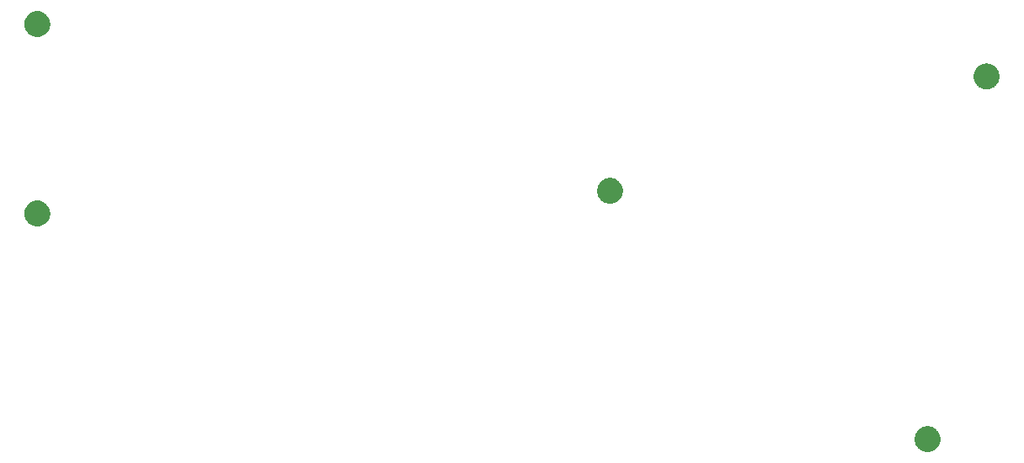
<source format=gbr>
G04 #@! TF.GenerationSoftware,KiCad,Pcbnew,8.0.0*
G04 #@! TF.CreationDate,2024-03-14T17:28:04+09:00*
G04 #@! TF.ProjectId,Pinky3,50696e6b-7933-42e6-9b69-6361645f7063,0.3*
G04 #@! TF.SameCoordinates,Original*
G04 #@! TF.FileFunction,Soldermask,Top*
G04 #@! TF.FilePolarity,Negative*
%FSLAX46Y46*%
G04 Gerber Fmt 4.6, Leading zero omitted, Abs format (unit mm)*
G04 Created by KiCad (PCBNEW 8.0.0) date 2024-03-14 17:28:04*
%MOMM*%
%LPD*%
G01*
G04 APERTURE LIST*
G04 APERTURE END LIST*
G36*
X149055630Y-119004867D02*
G01*
X149107318Y-119004867D01*
X149164284Y-119014373D01*
X149225743Y-119019750D01*
X149274009Y-119032682D01*
X149319026Y-119040195D01*
X149379419Y-119060927D01*
X149444626Y-119078400D01*
X149484564Y-119097023D01*
X149522032Y-119109886D01*
X149583587Y-119143198D01*
X149650000Y-119174167D01*
X149681268Y-119196061D01*
X149710796Y-119212041D01*
X149770903Y-119258824D01*
X149835624Y-119304142D01*
X149858433Y-119326951D01*
X149880177Y-119343875D01*
X149936033Y-119404551D01*
X149995858Y-119464376D01*
X150010958Y-119485942D01*
X150025543Y-119501785D01*
X150074201Y-119576261D01*
X150125833Y-119650000D01*
X150134450Y-119668480D01*
X150142937Y-119681470D01*
X150181459Y-119769292D01*
X150221600Y-119855374D01*
X150225338Y-119869324D01*
X150229158Y-119878033D01*
X150254736Y-119979039D01*
X150280250Y-120074257D01*
X150280989Y-120082711D01*
X150281847Y-120086097D01*
X150291891Y-120207321D01*
X150300000Y-120300000D01*
X150291890Y-120392686D01*
X150281847Y-120513902D01*
X150280989Y-120517286D01*
X150280250Y-120525743D01*
X150254731Y-120620977D01*
X150229158Y-120721966D01*
X150225338Y-120730673D01*
X150221600Y-120744626D01*
X150181452Y-120830723D01*
X150142937Y-120918529D01*
X150134452Y-120931515D01*
X150125833Y-120950000D01*
X150074191Y-121023751D01*
X150025543Y-121098214D01*
X150010961Y-121114053D01*
X149995858Y-121135624D01*
X149936021Y-121195460D01*
X149880177Y-121256124D01*
X149858437Y-121273044D01*
X149835624Y-121295858D01*
X149770890Y-121341184D01*
X149710796Y-121387958D01*
X149681274Y-121403934D01*
X149650000Y-121425833D01*
X149583573Y-121456807D01*
X149522032Y-121490113D01*
X149484573Y-121502972D01*
X149444626Y-121521600D01*
X149379406Y-121539075D01*
X149319026Y-121559804D01*
X149274016Y-121567314D01*
X149225743Y-121580250D01*
X149164280Y-121585627D01*
X149107318Y-121595133D01*
X149055630Y-121595133D01*
X149000000Y-121600000D01*
X148944370Y-121595133D01*
X148892682Y-121595133D01*
X148835718Y-121585627D01*
X148774257Y-121580250D01*
X148725984Y-121567315D01*
X148680973Y-121559804D01*
X148620588Y-121539074D01*
X148555374Y-121521600D01*
X148515429Y-121502973D01*
X148477967Y-121490113D01*
X148416418Y-121456804D01*
X148350000Y-121425833D01*
X148318728Y-121403936D01*
X148289203Y-121387958D01*
X148229099Y-121341177D01*
X148164376Y-121295858D01*
X148141565Y-121273047D01*
X148119822Y-121256124D01*
X148063965Y-121195447D01*
X148004142Y-121135624D01*
X147989041Y-121114057D01*
X147974456Y-121098214D01*
X147925793Y-121023730D01*
X147874167Y-120950000D01*
X147865550Y-120931521D01*
X147857062Y-120918529D01*
X147818530Y-120830687D01*
X147778400Y-120744626D01*
X147774662Y-120730678D01*
X147770841Y-120721966D01*
X147745250Y-120620909D01*
X147719750Y-120525743D01*
X147719010Y-120517293D01*
X147718152Y-120513902D01*
X147708090Y-120392470D01*
X147700000Y-120300000D01*
X147708089Y-120207537D01*
X147718152Y-120086097D01*
X147719010Y-120082705D01*
X147719750Y-120074257D01*
X147745245Y-119979107D01*
X147770841Y-119878033D01*
X147774663Y-119869318D01*
X147778400Y-119855374D01*
X147818523Y-119769328D01*
X147857062Y-119681470D01*
X147865551Y-119668475D01*
X147874167Y-119650000D01*
X147925783Y-119576283D01*
X147974456Y-119501785D01*
X147989044Y-119485937D01*
X148004142Y-119464376D01*
X148063953Y-119404564D01*
X148119822Y-119343875D01*
X148141570Y-119326947D01*
X148164376Y-119304142D01*
X148229086Y-119258831D01*
X148289203Y-119212041D01*
X148318735Y-119196058D01*
X148350000Y-119174167D01*
X148416405Y-119143201D01*
X148477967Y-119109886D01*
X148515437Y-119097022D01*
X148555374Y-119078400D01*
X148620575Y-119060929D01*
X148680973Y-119040195D01*
X148725992Y-119032682D01*
X148774257Y-119019750D01*
X148835715Y-119014373D01*
X148892682Y-119004867D01*
X148944370Y-119004867D01*
X149000000Y-119000000D01*
X149055630Y-119004867D01*
G37*
G36*
X59555630Y-96304867D02*
G01*
X59607318Y-96304867D01*
X59664284Y-96314373D01*
X59725743Y-96319750D01*
X59774009Y-96332682D01*
X59819026Y-96340195D01*
X59879419Y-96360927D01*
X59944626Y-96378400D01*
X59984564Y-96397023D01*
X60022032Y-96409886D01*
X60083587Y-96443198D01*
X60150000Y-96474167D01*
X60181268Y-96496061D01*
X60210796Y-96512041D01*
X60270903Y-96558824D01*
X60335624Y-96604142D01*
X60358433Y-96626951D01*
X60380177Y-96643875D01*
X60436033Y-96704551D01*
X60495858Y-96764376D01*
X60510958Y-96785942D01*
X60525543Y-96801785D01*
X60574201Y-96876261D01*
X60625833Y-96950000D01*
X60634450Y-96968480D01*
X60642937Y-96981470D01*
X60681459Y-97069292D01*
X60721600Y-97155374D01*
X60725338Y-97169324D01*
X60729158Y-97178033D01*
X60754736Y-97279039D01*
X60780250Y-97374257D01*
X60780989Y-97382711D01*
X60781847Y-97386097D01*
X60791891Y-97507321D01*
X60800000Y-97600000D01*
X60791890Y-97692686D01*
X60781847Y-97813902D01*
X60780989Y-97817286D01*
X60780250Y-97825743D01*
X60754731Y-97920977D01*
X60729158Y-98021966D01*
X60725338Y-98030673D01*
X60721600Y-98044626D01*
X60681452Y-98130723D01*
X60642937Y-98218529D01*
X60634452Y-98231515D01*
X60625833Y-98250000D01*
X60574191Y-98323751D01*
X60525543Y-98398214D01*
X60510961Y-98414053D01*
X60495858Y-98435624D01*
X60436021Y-98495460D01*
X60380177Y-98556124D01*
X60358437Y-98573044D01*
X60335624Y-98595858D01*
X60270890Y-98641184D01*
X60210796Y-98687958D01*
X60181274Y-98703934D01*
X60150000Y-98725833D01*
X60083573Y-98756807D01*
X60022032Y-98790113D01*
X59984573Y-98802972D01*
X59944626Y-98821600D01*
X59879406Y-98839075D01*
X59819026Y-98859804D01*
X59774016Y-98867314D01*
X59725743Y-98880250D01*
X59664280Y-98885627D01*
X59607318Y-98895133D01*
X59555630Y-98895133D01*
X59500000Y-98900000D01*
X59444370Y-98895133D01*
X59392682Y-98895133D01*
X59335718Y-98885627D01*
X59274257Y-98880250D01*
X59225984Y-98867315D01*
X59180973Y-98859804D01*
X59120588Y-98839074D01*
X59055374Y-98821600D01*
X59015429Y-98802973D01*
X58977967Y-98790113D01*
X58916418Y-98756804D01*
X58850000Y-98725833D01*
X58818728Y-98703936D01*
X58789203Y-98687958D01*
X58729099Y-98641177D01*
X58664376Y-98595858D01*
X58641565Y-98573047D01*
X58619822Y-98556124D01*
X58563965Y-98495447D01*
X58504142Y-98435624D01*
X58489041Y-98414057D01*
X58474456Y-98398214D01*
X58425793Y-98323730D01*
X58374167Y-98250000D01*
X58365550Y-98231521D01*
X58357062Y-98218529D01*
X58318530Y-98130687D01*
X58278400Y-98044626D01*
X58274662Y-98030678D01*
X58270841Y-98021966D01*
X58245250Y-97920909D01*
X58219750Y-97825743D01*
X58219010Y-97817293D01*
X58218152Y-97813902D01*
X58208090Y-97692470D01*
X58200000Y-97600000D01*
X58208089Y-97507537D01*
X58218152Y-97386097D01*
X58219010Y-97382705D01*
X58219750Y-97374257D01*
X58245245Y-97279107D01*
X58270841Y-97178033D01*
X58274663Y-97169318D01*
X58278400Y-97155374D01*
X58318523Y-97069328D01*
X58357062Y-96981470D01*
X58365551Y-96968475D01*
X58374167Y-96950000D01*
X58425783Y-96876283D01*
X58474456Y-96801785D01*
X58489044Y-96785937D01*
X58504142Y-96764376D01*
X58563953Y-96704564D01*
X58619822Y-96643875D01*
X58641570Y-96626947D01*
X58664376Y-96604142D01*
X58729086Y-96558831D01*
X58789203Y-96512041D01*
X58818735Y-96496058D01*
X58850000Y-96474167D01*
X58916405Y-96443201D01*
X58977967Y-96409886D01*
X59015437Y-96397022D01*
X59055374Y-96378400D01*
X59120575Y-96360929D01*
X59180973Y-96340195D01*
X59225992Y-96332682D01*
X59274257Y-96319750D01*
X59335715Y-96314373D01*
X59392682Y-96304867D01*
X59444370Y-96304867D01*
X59500000Y-96300000D01*
X59555630Y-96304867D01*
G37*
G36*
X117133245Y-94028387D02*
G01*
X117184933Y-94028387D01*
X117241899Y-94037893D01*
X117303358Y-94043270D01*
X117351624Y-94056202D01*
X117396641Y-94063715D01*
X117457034Y-94084447D01*
X117522241Y-94101920D01*
X117562179Y-94120543D01*
X117599647Y-94133406D01*
X117661202Y-94166718D01*
X117727615Y-94197687D01*
X117758883Y-94219581D01*
X117788411Y-94235561D01*
X117848518Y-94282344D01*
X117913239Y-94327662D01*
X117936048Y-94350471D01*
X117957792Y-94367395D01*
X118013648Y-94428071D01*
X118073473Y-94487896D01*
X118088573Y-94509462D01*
X118103158Y-94525305D01*
X118151816Y-94599781D01*
X118203448Y-94673520D01*
X118212065Y-94692000D01*
X118220552Y-94704990D01*
X118259074Y-94792812D01*
X118299215Y-94878894D01*
X118302953Y-94892844D01*
X118306773Y-94901553D01*
X118332351Y-95002559D01*
X118357865Y-95097777D01*
X118358604Y-95106231D01*
X118359462Y-95109617D01*
X118369506Y-95230841D01*
X118377615Y-95323520D01*
X118369505Y-95416206D01*
X118359462Y-95537422D01*
X118358604Y-95540806D01*
X118357865Y-95549263D01*
X118332346Y-95644497D01*
X118306773Y-95745486D01*
X118302953Y-95754193D01*
X118299215Y-95768146D01*
X118259067Y-95854243D01*
X118220552Y-95942049D01*
X118212067Y-95955035D01*
X118203448Y-95973520D01*
X118151806Y-96047271D01*
X118103158Y-96121734D01*
X118088576Y-96137573D01*
X118073473Y-96159144D01*
X118013636Y-96218980D01*
X117957792Y-96279644D01*
X117936052Y-96296564D01*
X117913239Y-96319378D01*
X117848505Y-96364704D01*
X117788411Y-96411478D01*
X117758889Y-96427454D01*
X117727615Y-96449353D01*
X117661188Y-96480327D01*
X117599647Y-96513633D01*
X117562188Y-96526492D01*
X117522241Y-96545120D01*
X117457021Y-96562595D01*
X117396641Y-96583324D01*
X117351631Y-96590834D01*
X117303358Y-96603770D01*
X117241895Y-96609147D01*
X117184933Y-96618653D01*
X117133245Y-96618653D01*
X117077615Y-96623520D01*
X117021985Y-96618653D01*
X116970297Y-96618653D01*
X116913333Y-96609147D01*
X116851872Y-96603770D01*
X116803599Y-96590835D01*
X116758588Y-96583324D01*
X116698203Y-96562594D01*
X116632989Y-96545120D01*
X116593044Y-96526493D01*
X116555582Y-96513633D01*
X116494033Y-96480324D01*
X116427615Y-96449353D01*
X116396343Y-96427456D01*
X116366818Y-96411478D01*
X116306714Y-96364697D01*
X116241991Y-96319378D01*
X116219180Y-96296567D01*
X116197437Y-96279644D01*
X116141580Y-96218967D01*
X116081757Y-96159144D01*
X116066656Y-96137577D01*
X116052071Y-96121734D01*
X116003408Y-96047250D01*
X115951782Y-95973520D01*
X115943165Y-95955041D01*
X115934677Y-95942049D01*
X115896145Y-95854207D01*
X115856015Y-95768146D01*
X115852277Y-95754198D01*
X115848456Y-95745486D01*
X115822865Y-95644429D01*
X115797365Y-95549263D01*
X115796625Y-95540813D01*
X115795767Y-95537422D01*
X115785705Y-95415990D01*
X115777615Y-95323520D01*
X115785704Y-95231057D01*
X115795767Y-95109617D01*
X115796625Y-95106225D01*
X115797365Y-95097777D01*
X115822860Y-95002627D01*
X115848456Y-94901553D01*
X115852278Y-94892838D01*
X115856015Y-94878894D01*
X115896138Y-94792848D01*
X115934677Y-94704990D01*
X115943166Y-94691995D01*
X115951782Y-94673520D01*
X116003398Y-94599803D01*
X116052071Y-94525305D01*
X116066659Y-94509457D01*
X116081757Y-94487896D01*
X116141568Y-94428084D01*
X116197437Y-94367395D01*
X116219185Y-94350467D01*
X116241991Y-94327662D01*
X116306701Y-94282351D01*
X116366818Y-94235561D01*
X116396350Y-94219578D01*
X116427615Y-94197687D01*
X116494020Y-94166721D01*
X116555582Y-94133406D01*
X116593052Y-94120542D01*
X116632989Y-94101920D01*
X116698190Y-94084449D01*
X116758588Y-94063715D01*
X116803607Y-94056202D01*
X116851872Y-94043270D01*
X116913330Y-94037893D01*
X116970297Y-94028387D01*
X117021985Y-94028387D01*
X117077615Y-94023520D01*
X117133245Y-94028387D01*
G37*
G36*
X154995630Y-82524867D02*
G01*
X155047318Y-82524867D01*
X155104284Y-82534373D01*
X155165743Y-82539750D01*
X155214009Y-82552682D01*
X155259026Y-82560195D01*
X155319419Y-82580927D01*
X155384626Y-82598400D01*
X155424564Y-82617023D01*
X155462032Y-82629886D01*
X155523587Y-82663198D01*
X155590000Y-82694167D01*
X155621268Y-82716061D01*
X155650796Y-82732041D01*
X155710903Y-82778824D01*
X155775624Y-82824142D01*
X155798433Y-82846951D01*
X155820177Y-82863875D01*
X155876033Y-82924551D01*
X155935858Y-82984376D01*
X155950958Y-83005942D01*
X155965543Y-83021785D01*
X156014201Y-83096261D01*
X156065833Y-83170000D01*
X156074450Y-83188480D01*
X156082937Y-83201470D01*
X156121459Y-83289292D01*
X156161600Y-83375374D01*
X156165338Y-83389324D01*
X156169158Y-83398033D01*
X156194736Y-83499039D01*
X156220250Y-83594257D01*
X156220989Y-83602711D01*
X156221847Y-83606097D01*
X156231891Y-83727321D01*
X156240000Y-83820000D01*
X156231890Y-83912686D01*
X156221847Y-84033902D01*
X156220989Y-84037286D01*
X156220250Y-84045743D01*
X156194731Y-84140977D01*
X156169158Y-84241966D01*
X156165338Y-84250673D01*
X156161600Y-84264626D01*
X156121452Y-84350723D01*
X156082937Y-84438529D01*
X156074452Y-84451515D01*
X156065833Y-84470000D01*
X156014191Y-84543751D01*
X155965543Y-84618214D01*
X155950961Y-84634053D01*
X155935858Y-84655624D01*
X155876021Y-84715460D01*
X155820177Y-84776124D01*
X155798437Y-84793044D01*
X155775624Y-84815858D01*
X155710890Y-84861184D01*
X155650796Y-84907958D01*
X155621274Y-84923934D01*
X155590000Y-84945833D01*
X155523573Y-84976807D01*
X155462032Y-85010113D01*
X155424573Y-85022972D01*
X155384626Y-85041600D01*
X155319406Y-85059075D01*
X155259026Y-85079804D01*
X155214016Y-85087314D01*
X155165743Y-85100250D01*
X155104280Y-85105627D01*
X155047318Y-85115133D01*
X154995630Y-85115133D01*
X154940000Y-85120000D01*
X154884370Y-85115133D01*
X154832682Y-85115133D01*
X154775718Y-85105627D01*
X154714257Y-85100250D01*
X154665984Y-85087315D01*
X154620973Y-85079804D01*
X154560588Y-85059074D01*
X154495374Y-85041600D01*
X154455429Y-85022973D01*
X154417967Y-85010113D01*
X154356418Y-84976804D01*
X154290000Y-84945833D01*
X154258728Y-84923936D01*
X154229203Y-84907958D01*
X154169099Y-84861177D01*
X154104376Y-84815858D01*
X154081565Y-84793047D01*
X154059822Y-84776124D01*
X154003965Y-84715447D01*
X153944142Y-84655624D01*
X153929041Y-84634057D01*
X153914456Y-84618214D01*
X153865793Y-84543730D01*
X153814167Y-84470000D01*
X153805550Y-84451521D01*
X153797062Y-84438529D01*
X153758530Y-84350687D01*
X153718400Y-84264626D01*
X153714662Y-84250678D01*
X153710841Y-84241966D01*
X153685250Y-84140909D01*
X153659750Y-84045743D01*
X153659010Y-84037293D01*
X153658152Y-84033902D01*
X153648090Y-83912470D01*
X153640000Y-83820000D01*
X153648089Y-83727537D01*
X153658152Y-83606097D01*
X153659010Y-83602705D01*
X153659750Y-83594257D01*
X153685245Y-83499107D01*
X153710841Y-83398033D01*
X153714663Y-83389318D01*
X153718400Y-83375374D01*
X153758523Y-83289328D01*
X153797062Y-83201470D01*
X153805551Y-83188475D01*
X153814167Y-83170000D01*
X153865783Y-83096283D01*
X153914456Y-83021785D01*
X153929044Y-83005937D01*
X153944142Y-82984376D01*
X154003953Y-82924564D01*
X154059822Y-82863875D01*
X154081570Y-82846947D01*
X154104376Y-82824142D01*
X154169086Y-82778831D01*
X154229203Y-82732041D01*
X154258735Y-82716058D01*
X154290000Y-82694167D01*
X154356405Y-82663201D01*
X154417967Y-82629886D01*
X154455437Y-82617022D01*
X154495374Y-82598400D01*
X154560575Y-82580929D01*
X154620973Y-82560195D01*
X154665992Y-82552682D01*
X154714257Y-82539750D01*
X154775715Y-82534373D01*
X154832682Y-82524867D01*
X154884370Y-82524867D01*
X154940000Y-82520000D01*
X154995630Y-82524867D01*
G37*
G36*
X59555630Y-77254867D02*
G01*
X59607318Y-77254867D01*
X59664284Y-77264373D01*
X59725743Y-77269750D01*
X59774009Y-77282682D01*
X59819026Y-77290195D01*
X59879419Y-77310927D01*
X59944626Y-77328400D01*
X59984564Y-77347023D01*
X60022032Y-77359886D01*
X60083587Y-77393198D01*
X60150000Y-77424167D01*
X60181268Y-77446061D01*
X60210796Y-77462041D01*
X60270903Y-77508824D01*
X60335624Y-77554142D01*
X60358433Y-77576951D01*
X60380177Y-77593875D01*
X60436033Y-77654551D01*
X60495858Y-77714376D01*
X60510958Y-77735942D01*
X60525543Y-77751785D01*
X60574201Y-77826261D01*
X60625833Y-77900000D01*
X60634450Y-77918480D01*
X60642937Y-77931470D01*
X60681459Y-78019292D01*
X60721600Y-78105374D01*
X60725338Y-78119324D01*
X60729158Y-78128033D01*
X60754736Y-78229039D01*
X60780250Y-78324257D01*
X60780989Y-78332711D01*
X60781847Y-78336097D01*
X60791891Y-78457321D01*
X60800000Y-78550000D01*
X60791890Y-78642686D01*
X60781847Y-78763902D01*
X60780989Y-78767286D01*
X60780250Y-78775743D01*
X60754731Y-78870977D01*
X60729158Y-78971966D01*
X60725338Y-78980673D01*
X60721600Y-78994626D01*
X60681452Y-79080723D01*
X60642937Y-79168529D01*
X60634452Y-79181515D01*
X60625833Y-79200000D01*
X60574191Y-79273751D01*
X60525543Y-79348214D01*
X60510961Y-79364053D01*
X60495858Y-79385624D01*
X60436021Y-79445460D01*
X60380177Y-79506124D01*
X60358437Y-79523044D01*
X60335624Y-79545858D01*
X60270890Y-79591184D01*
X60210796Y-79637958D01*
X60181274Y-79653934D01*
X60150000Y-79675833D01*
X60083573Y-79706807D01*
X60022032Y-79740113D01*
X59984573Y-79752972D01*
X59944626Y-79771600D01*
X59879406Y-79789075D01*
X59819026Y-79809804D01*
X59774016Y-79817314D01*
X59725743Y-79830250D01*
X59664280Y-79835627D01*
X59607318Y-79845133D01*
X59555630Y-79845133D01*
X59500000Y-79850000D01*
X59444370Y-79845133D01*
X59392682Y-79845133D01*
X59335718Y-79835627D01*
X59274257Y-79830250D01*
X59225984Y-79817315D01*
X59180973Y-79809804D01*
X59120588Y-79789074D01*
X59055374Y-79771600D01*
X59015429Y-79752973D01*
X58977967Y-79740113D01*
X58916418Y-79706804D01*
X58850000Y-79675833D01*
X58818728Y-79653936D01*
X58789203Y-79637958D01*
X58729099Y-79591177D01*
X58664376Y-79545858D01*
X58641565Y-79523047D01*
X58619822Y-79506124D01*
X58563965Y-79445447D01*
X58504142Y-79385624D01*
X58489041Y-79364057D01*
X58474456Y-79348214D01*
X58425793Y-79273730D01*
X58374167Y-79200000D01*
X58365550Y-79181521D01*
X58357062Y-79168529D01*
X58318530Y-79080687D01*
X58278400Y-78994626D01*
X58274662Y-78980678D01*
X58270841Y-78971966D01*
X58245250Y-78870909D01*
X58219750Y-78775743D01*
X58219010Y-78767293D01*
X58218152Y-78763902D01*
X58208090Y-78642470D01*
X58200000Y-78550000D01*
X58208089Y-78457537D01*
X58218152Y-78336097D01*
X58219010Y-78332705D01*
X58219750Y-78324257D01*
X58245245Y-78229107D01*
X58270841Y-78128033D01*
X58274663Y-78119318D01*
X58278400Y-78105374D01*
X58318523Y-78019328D01*
X58357062Y-77931470D01*
X58365551Y-77918475D01*
X58374167Y-77900000D01*
X58425783Y-77826283D01*
X58474456Y-77751785D01*
X58489044Y-77735937D01*
X58504142Y-77714376D01*
X58563953Y-77654564D01*
X58619822Y-77593875D01*
X58641570Y-77576947D01*
X58664376Y-77554142D01*
X58729086Y-77508831D01*
X58789203Y-77462041D01*
X58818735Y-77446058D01*
X58850000Y-77424167D01*
X58916405Y-77393201D01*
X58977967Y-77359886D01*
X59015437Y-77347022D01*
X59055374Y-77328400D01*
X59120575Y-77310929D01*
X59180973Y-77290195D01*
X59225992Y-77282682D01*
X59274257Y-77269750D01*
X59335715Y-77264373D01*
X59392682Y-77254867D01*
X59444370Y-77254867D01*
X59500000Y-77250000D01*
X59555630Y-77254867D01*
G37*
M02*

</source>
